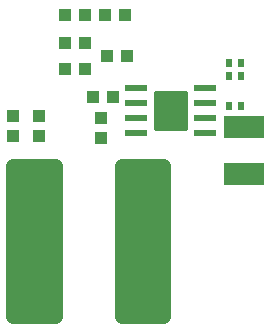
<source format=gbr>
G04 EAGLE Gerber RS-274X export*
G75*
%MOMM*%
%FSLAX34Y34*%
%LPD*%
%INSolderpaste Top*%
%IPPOS*%
%AMOC8*
5,1,8,0,0,1.08239X$1,22.5*%
G01*
%ADD10R,1.900000X0.600000*%
%ADD11C,0.442500*%
%ADD12R,1.100000X1.000000*%
%ADD13R,0.600000X0.700000*%
%ADD14R,1.000000X1.100000*%
%ADD15C,1.187500*%
%ADD16R,3.400000X1.900000*%


D10*
X269000Y186650D03*
X211000Y186650D03*
X269000Y173950D03*
X269000Y199350D03*
X269000Y212050D03*
X211000Y173950D03*
X211000Y199350D03*
X211000Y212050D03*
D11*
X227462Y207788D02*
X252538Y207788D01*
X252538Y178212D01*
X227462Y178212D01*
X227462Y207788D01*
X227462Y182416D02*
X252538Y182416D01*
X252538Y186620D02*
X227462Y186620D01*
X227462Y190824D02*
X252538Y190824D01*
X252538Y195028D02*
X227462Y195028D01*
X227462Y199232D02*
X252538Y199232D01*
X252538Y203436D02*
X227462Y203436D01*
X227462Y207640D02*
X252538Y207640D01*
D12*
X191500Y204000D03*
X174500Y204000D03*
D13*
X300000Y233000D03*
X290000Y233000D03*
D14*
X181000Y186500D03*
X181000Y169500D03*
D15*
X199187Y146063D02*
X199187Y17937D01*
X199187Y146063D02*
X234813Y146063D01*
X234813Y17937D01*
X199187Y17937D01*
X199187Y29218D02*
X234813Y29218D01*
X234813Y40499D02*
X199187Y40499D01*
X199187Y51780D02*
X234813Y51780D01*
X234813Y63061D02*
X199187Y63061D01*
X199187Y74342D02*
X234813Y74342D01*
X234813Y85623D02*
X199187Y85623D01*
X199187Y96904D02*
X234813Y96904D01*
X234813Y108185D02*
X199187Y108185D01*
X199187Y119466D02*
X234813Y119466D01*
X234813Y130747D02*
X199187Y130747D01*
X199187Y142028D02*
X234813Y142028D01*
X107187Y146063D02*
X107187Y17937D01*
X107187Y146063D02*
X142813Y146063D01*
X142813Y17937D01*
X107187Y17937D01*
X107187Y29218D02*
X142813Y29218D01*
X142813Y40499D02*
X107187Y40499D01*
X107187Y51780D02*
X142813Y51780D01*
X142813Y63061D02*
X107187Y63061D01*
X107187Y74342D02*
X142813Y74342D01*
X142813Y85623D02*
X107187Y85623D01*
X107187Y96904D02*
X142813Y96904D01*
X142813Y108185D02*
X107187Y108185D01*
X107187Y119466D02*
X142813Y119466D01*
X142813Y130747D02*
X107187Y130747D01*
X107187Y142028D02*
X142813Y142028D01*
D12*
X186500Y239000D03*
X203500Y239000D03*
D14*
X167500Y274000D03*
X150500Y274000D03*
X201500Y274000D03*
X184500Y274000D03*
X129000Y171500D03*
X129000Y188500D03*
X107000Y171500D03*
X107000Y188500D03*
D16*
X302000Y178500D03*
X302000Y139500D03*
D14*
X167500Y228000D03*
X150500Y228000D03*
D12*
X167500Y250000D03*
X150500Y250000D03*
D13*
X290000Y222000D03*
X300000Y222000D03*
X300000Y197000D03*
X290000Y197000D03*
M02*

</source>
